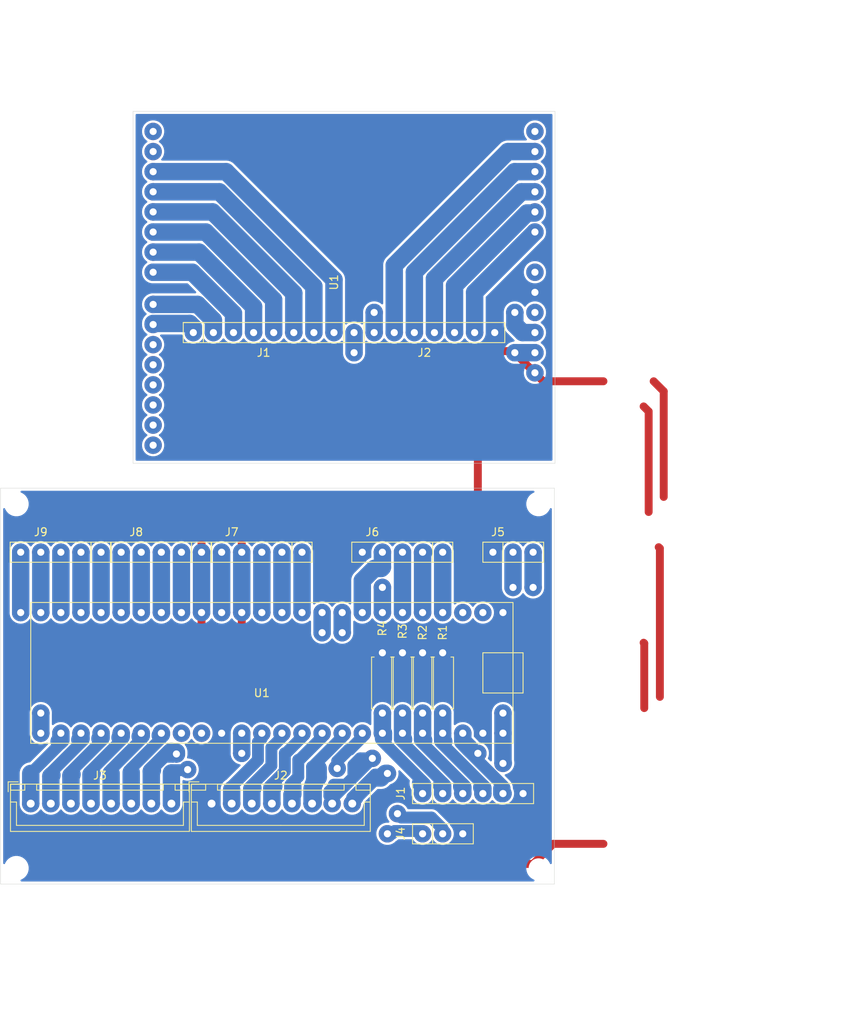
<source format=kicad_pcb>
(kicad_pcb (version 20171130) (host pcbnew "(5.1.6)-1")
  (layers (0 F.Cu signal hide) (31 B.Cu signal) (34 B.Paste user hide) (35 F.Paste user hide) (36 B.SilkS user hide) (37 F.SilkS user) (38 B.Mask user) (39 F.Mask user hide) (44 Edge.Cuts user))
  (net 0 "")
  (net 1 LCD_D1)
  (net 2 LCD_D0)
  (net 3 LCD_D7)
  (net 4 LCD_D6)
  (net 5 LCD_D5)
  (net 6 LCD_D4)
  (net 7 LCD_D3)
  (net 8 LCD_D2)
  (net 9 GND)
  (net 10 +3V3)
  (net 11 LCD_RD)
  (net 12 LCD_WR)
  (net 13 LCD_RS)
  (net 14 LCD_CS)
  (net 15 LCD_RST)
  (net 16 +5V)
  (net 17 "Net-(U1-Pad1)")
  (net 18 "Net-(U1-Pad2)")
  (net 19 "Net-(U1-Pad11)")
  (net 20 "Net-(U1-Pad12)")
  (net 21 "Net-(U1-Pad13)")
  (net 22 "Net-(U1-Pad14)")
  (net 23 "Net-(U1-Pad15)")
  (net 24 "Net-(U1-Pad16)")
  (net 25 "Net-(U1-Pad17)")
  (net 26 "Net-(U1-Pad20)")
  (net 27 "Net-(U1-Pad22)")
  (net 28 "Net-(U1-Pad28)")
  (net 29 EXPR1)
  (net 30 EXPR2)
  (net 31 EXPR3)
  (net 32 EXPR4)
  (net 33 TFT_RES)
  (net 34 TFT_CS)
  (net 35 TFT_CD_RS)
  (net 36 TFT_WR)
  (net 37 TFT_RD)
  (net 38 TFT_DAT2)
  (net 39 TFT_DAT3)
  (net 40 TFT_DAT4)
  (net 41 TFT_DAT5)
  (net 42 TFT_DAT6)
  (net 43 TFT_DAT7)
  (net 44 TFT_DAT0)
  (net 45 TFT_DAT1)
  (net 46 RX3)
  (net 47 TX3)
  (net 48 LEDS)
  (net 49 ROT1B)
  (net 50 ROT1A)
  (net 51 ROT2B)
  (net 52 ROT2A)
  (net 53 ROT3B)
  (net 54 ROT3A)
  (net 55 ROT4A)
  (net 56 ROT4B)
  (net 57 SW_OUT4)
  (net 58 SW_OUT3)
  (net 59 SW_OUT2)
  (net 60 SW_OUT1)
  (net 61 SW_IN1)
  (net 62 SW_IN2)
  (net 63 SW_IN3)
  (net 64 SW_IN4)
  (net 65 "Net-(U1-Pad3)")
  (net 66 "Net-(U1-Pad32)")
  (net 67 "Net-(U1-Pad33)")
  (net 68 SW_OUT0)
  (net 69 SW_IN0)
  (module 0_my_footprints:myPinSocket_1x06 (layer F.Cu) (at 53.34 -11.43 90)
    (fp_text reference J1 (at 0 -2.77 90) (layer F.SilkS))
    (fp_text value EXPR)
    (pad 6 thru_hole circle (at 0 12.7 90) (size 2.2 2.2) (drill 0.9) (layers *.Cu *.Mask) (net 9 GND))
    (pad 5 thru_hole circle (at 0 10.16 90) (size 2.2 2.2) (drill 0.9) (layers *.Cu *.Mask) (net 10 +3V3))
    (pad 4 thru_hole circle (at 0 7.62 90) (size 2.2 2.2) (drill 0.9) (layers *.Cu *.Mask) (net 29 EXPR1))
    (pad 3 thru_hole circle (at 0 5.08 90) (size 2.2 2.2) (drill 0.9) (layers *.Cu *.Mask) (net 30 EXPR2))
    (pad 2 thru_hole circle (at 0 2.54 90) (size 2.2 2.2) (drill 0.9) (layers *.Cu *.Mask) (net 31 EXPR3))
    (pad 1 thru_hole circle (at 0 0 90) (size 2.2 2.2) (drill 0.9) (layers *.Cu *.Mask) (net 32 EXPR4))
  )
  (module cnc3018-PCB:my8Pin (layer F.Cu) (at 52.3 -69.65)
    (fp_text reference J2 (at 1.27 2.54) (layer F.SilkS))
    (fp_text value Conn_01x08)
    (pad 8 thru_hole circle (at 10.16 0) (size 2.2 2.2) (drill 0.9) (layers *.Cu *.Mask) (net 9 GND))
    (pad 7 thru_hole circle (at 7.62 0) (size 2.2 2.2) (drill 0.9) (layers *.Cu *.Mask) (net 11 LCD_RD))
    (pad 6 thru_hole circle (at 5.08 0) (size 2.2 2.2) (drill 0.9) (layers *.Cu *.Mask) (net 12 LCD_WR))
    (pad 5 thru_hole circle (at 2.54 0) (size 2.2 2.2) (drill 0.9) (layers *.Cu *.Mask) (net 13 LCD_RS))
    (pad 4 thru_hole circle (at 0 0) (size 2.2 2.2) (drill 0.9) (layers *.Cu *.Mask) (net 14 LCD_CS))
    (pad 3 thru_hole circle (at -2.54 0) (size 2.2 2.2) (drill 0.9) (layers *.Cu *.Mask) (net 15 LCD_RST))
    (pad 2 thru_hole circle (at -5.08 0) (size 2.2 2.2) (drill 0.9) (layers *.Cu *.Mask) (net 16 +5V))
    (pad 1 thru_hole circle (at -7.62 0) (size 2.2 2.2) (drill 0.9) (layers *.Cu *.Mask) (net 10 +3V3))
  )
  (module cnc3018-PCB:my8Pin (layer F.Cu) (at 31.98 -69.65)
    (fp_text reference J1 (at 1.27 2.54) (layer F.SilkS))
    (fp_text value Conn_01x08)
    (pad 8 thru_hole circle (at 10.16 0) (size 2.2 2.2) (drill 0.9) (layers *.Cu *.Mask) (net 8 LCD_D2))
    (pad 7 thru_hole circle (at 7.62 0) (size 2.2 2.2) (drill 0.9) (layers *.Cu *.Mask) (net 7 LCD_D3))
    (pad 6 thru_hole circle (at 5.08 0) (size 2.2 2.2) (drill 0.9) (layers *.Cu *.Mask) (net 6 LCD_D4))
    (pad 5 thru_hole circle (at 2.54 0) (size 2.2 2.2) (drill 0.9) (layers *.Cu *.Mask) (net 5 LCD_D5))
    (pad 4 thru_hole circle (at 0 0) (size 2.2 2.2) (drill 0.9) (layers *.Cu *.Mask) (net 4 LCD_D6))
    (pad 3 thru_hole circle (at -2.54 0) (size 2.2 2.2) (drill 0.9) (layers *.Cu *.Mask) (net 3 LCD_D7))
    (pad 2 thru_hole circle (at -5.08 0) (size 2.2 2.2) (drill 0.9) (layers *.Cu *.Mask) (net 2 LCD_D0))
    (pad 1 thru_hole circle (at -7.62 0) (size 2.2 2.2) (drill 0.9) (layers *.Cu *.Mask) (net 1 LCD_D1))
  )
  (module 0_my_footprints:unoDisplay (layer F.Cu) (at 44.68 -76 90)
    (fp_text reference U1 (at 0 -2.54 90) (layer F.SilkS))
    (fp_text value uno_display)
    (pad 1 thru_hole circle (at 19.05 -25.4 270) (size 2.2 2.2) (drill 0.9) (layers *.Cu *.Mask) (net 17 "Net-(U1-Pad1)"))
    (pad 2 thru_hole circle (at 16.51 -25.4 270) (size 2.2 2.2) (drill 0.9) (layers *.Cu *.Mask) (net 18 "Net-(U1-Pad2)"))
    (pad 3 thru_hole circle (at 13.97 -25.4 270) (size 2.2 2.2) (drill 0.9) (layers *.Cu *.Mask) (net 8 LCD_D2))
    (pad 4 thru_hole circle (at 11.43 -25.4 270) (size 2.2 2.2) (drill 0.9) (layers *.Cu *.Mask) (net 7 LCD_D3))
    (pad 5 thru_hole circle (at 8.89 -25.4 270) (size 2.2 2.2) (drill 0.9) (layers *.Cu *.Mask) (net 6 LCD_D4))
    (pad 6 thru_hole circle (at 6.35 -25.4 270) (size 2.2 2.2) (drill 0.9) (layers *.Cu *.Mask) (net 5 LCD_D5))
    (pad 7 thru_hole circle (at 3.81 -25.4 270) (size 2.2 2.2) (drill 0.9) (layers *.Cu *.Mask) (net 4 LCD_D6))
    (pad 8 thru_hole circle (at 1.27 -25.4 270) (size 2.2 2.2) (drill 0.9) (layers *.Cu *.Mask) (net 3 LCD_D7))
    (pad 9 thru_hole circle (at -2.794 -25.4 270) (size 2.2 2.2) (drill 0.9) (layers *.Cu *.Mask) (net 2 LCD_D0))
    (pad 10 thru_hole circle (at -5.334 -25.4 270) (size 2.2 2.2) (drill 0.9) (layers *.Cu *.Mask) (net 1 LCD_D1))
    (pad 11 thru_hole circle (at -7.874 -25.4 270) (size 2.2 2.2) (drill 0.9) (layers *.Cu *.Mask) (net 19 "Net-(U1-Pad11)"))
    (pad 12 thru_hole circle (at -10.414 -25.4 270) (size 2.2 2.2) (drill 0.9) (layers *.Cu *.Mask) (net 20 "Net-(U1-Pad12)"))
    (pad 13 thru_hole circle (at -12.954 -25.4 270) (size 2.2 2.2) (drill 0.9) (layers *.Cu *.Mask) (net 21 "Net-(U1-Pad13)"))
    (pad 14 thru_hole circle (at -15.494 -25.4 270) (size 2.2 2.2) (drill 0.9) (layers *.Cu *.Mask) (net 22 "Net-(U1-Pad14)"))
    (pad 15 thru_hole circle (at -18.034 -25.4 270) (size 2.2 2.2) (drill 0.9) (layers *.Cu *.Mask) (net 23 "Net-(U1-Pad15)"))
    (pad 16 thru_hole circle (at -20.574 -25.4 270) (size 2.2 2.2) (drill 0.9) (layers *.Cu *.Mask) (net 24 "Net-(U1-Pad16)"))
    (pad 17 thru_hole circle (at -11.43 22.86 270) (size 2.2 2.2) (drill 0.9) (layers *.Cu *.Mask) (net 25 "Net-(U1-Pad17)"))
    (pad 18 thru_hole circle (at -8.89 22.86 270) (size 2.2 2.2) (drill 0.9) (layers *.Cu *.Mask) (net 10 +3V3))
    (pad 19 thru_hole circle (at -6.35 22.86 270) (size 2.2 2.2) (drill 0.9) (layers *.Cu *.Mask) (net 16 +5V))
    (pad 20 thru_hole circle (at -3.81 22.86 270) (size 2.2 2.2) (drill 0.9) (layers *.Cu *.Mask) (net 26 "Net-(U1-Pad20)"))
    (pad 21 thru_hole circle (at -1.27 22.86 270) (size 2.2 2.2) (drill 0.9) (layers *.Cu *.Mask) (net 9 GND))
    (pad 22 thru_hole circle (at 1.27 22.86 270) (size 2.2 2.2) (drill 0.9) (layers *.Cu *.Mask) (net 27 "Net-(U1-Pad22)"))
    (pad 23 thru_hole circle (at 6.35 22.86 270) (size 2.2 2.2) (drill 0.9) (layers *.Cu *.Mask) (net 11 LCD_RD))
    (pad 24 thru_hole circle (at 8.89 22.86 270) (size 2.2 2.2) (drill 0.9) (layers *.Cu *.Mask) (net 12 LCD_WR))
    (pad 25 thru_hole circle (at 11.43 22.86 270) (size 2.2 2.2) (drill 0.9) (layers *.Cu *.Mask) (net 13 LCD_RS))
    (pad 26 thru_hole circle (at 13.97 22.86 270) (size 2.2 2.2) (drill 0.9) (layers *.Cu *.Mask) (net 14 LCD_CS))
    (pad 27 thru_hole circle (at 16.51 22.86 270) (size 2.2 2.2) (drill 0.9) (layers *.Cu *.Mask) (net 15 LCD_RST))
    (pad 28 thru_hole circle (at 19.05 22.86 270) (size 2.2 2.2) (drill 0.9) (layers *.Cu *.Mask) (net 28 "Net-(U1-Pad28)"))
  )
  (module 0_my_footprints:myPinSocket_1x03 (layer F.Cu) (at 53.34 -6.35 90)
    (fp_text reference J4 (at 0 -2.77 90) (layer F.SilkS))
    (fp_text value SERIAL)
    (pad 3 thru_hole circle (at 0 5.08 90) (size 2.2 2.2) (drill 0.9) (layers *.Cu *.Mask) (net 9 GND))
    (pad 2 thru_hole circle (at 0 2.54 90) (size 2.2 2.2) (drill 0.9) (layers *.Cu *.Mask) (net 46 RX3))
    (pad 1 thru_hole circle (at 0 0 90) (size 2.2 2.2) (drill 0.9) (layers *.Cu *.Mask) (net 47 TX3))
  )
  (module 0_my_footprints:myPinSocket_1x03 (layer F.Cu) (at 62.23 -41.91 90)
    (fp_text reference J5 (at 2.54 0.635 180) (layer F.SilkS))
    (fp_text value LEDS)
    (pad 3 thru_hole circle (at 0 5.08 90) (size 2.2 2.2) (drill 0.9) (layers *.Cu *.Mask) (net 16 +5V))
    (pad 2 thru_hole circle (at 0 2.54 90) (size 2.2 2.2) (drill 0.9) (layers *.Cu *.Mask) (net 48 LEDS))
    (pad 1 thru_hole circle (at 0 0 90) (size 2.2 2.2) (drill 0.9) (layers *.Cu *.Mask) (net 9 GND))
  )
  (module 0_my_footprints:myPinSocket_1x05 (layer F.Cu) (at 55.88 -41.91 270)
    (fp_text reference J6 (at -2.54 8.89 180) (layer F.SilkS))
    (fp_text value ROTARY12)
    (pad 5 thru_hole circle (at 0 10.16 270) (size 2.2 2.2) (drill 0.9) (layers *.Cu *.Mask) (net 9 GND))
    (pad 4 thru_hole circle (at 0 7.62 270) (size 2.2 2.2) (drill 0.9) (layers *.Cu *.Mask) (net 51 ROT2B))
    (pad 3 thru_hole circle (at 0 5.08 270) (size 2.2 2.2) (drill 0.9) (layers *.Cu *.Mask) (net 52 ROT2A))
    (pad 2 thru_hole circle (at 0 2.54 270) (size 2.2 2.2) (drill 0.9) (layers *.Cu *.Mask) (net 49 ROT1B))
    (pad 1 thru_hole circle (at 0 0 270) (size 2.2 2.2) (drill 0.9) (layers *.Cu *.Mask) (net 50 ROT1A))
  )
  (module 0_my_footprints:myPinSocket_1x05 (layer F.Cu) (at 38.1 -41.91 270)
    (fp_text reference J7 (at -2.54 8.89 180) (layer F.SilkS))
    (fp_text value ROTARY34)
    (pad 5 thru_hole circle (at 0 10.16 270) (size 2.2 2.2) (drill 0.9) (layers *.Cu *.Mask) (net 10 +3V3))
    (pad 4 thru_hole circle (at 0 7.62 270) (size 2.2 2.2) (drill 0.9) (layers *.Cu *.Mask) (net 56 ROT4B))
    (pad 3 thru_hole circle (at 0 5.08 270) (size 2.2 2.2) (drill 0.9) (layers *.Cu *.Mask) (net 55 ROT4A))
    (pad 2 thru_hole circle (at 0 2.54 270) (size 2.2 2.2) (drill 0.9) (layers *.Cu *.Mask) (net 53 ROT3B))
    (pad 1 thru_hole circle (at 0 0 270) (size 2.2 2.2) (drill 0.9) (layers *.Cu *.Mask) (net 54 ROT3A))
  )
  (module 0_my_footprints:myPinSocket_1x05 (layer F.Cu) (at 25.4 -41.91 270)
    (fp_text reference J8 (at -2.54 8.255 180) (layer F.SilkS))
    (fp_text value SW_OUT)
    (pad 5 thru_hole circle (at 0 10.16 270) (size 2.2 2.2) (drill 0.9) (layers *.Cu *.Mask) (net 57 SW_OUT4))
    (pad 4 thru_hole circle (at 0 7.62 270) (size 2.2 2.2) (drill 0.9) (layers *.Cu *.Mask) (net 58 SW_OUT3))
    (pad 3 thru_hole circle (at 0 5.08 270) (size 2.2 2.2) (drill 0.9) (layers *.Cu *.Mask) (net 59 SW_OUT2))
    (pad 2 thru_hole circle (at 0 2.54 270) (size 2.2 2.2) (drill 0.9) (layers *.Cu *.Mask) (net 60 SW_OUT1))
    (pad 1 thru_hole circle (at 0 0 270) (size 2.2 2.2) (drill 0.9) (layers *.Cu *.Mask) (net 68 SW_OUT0))
  )
  (module 0_my_footprints:myPinSocket_1x05 (layer F.Cu) (at 12.7 -41.91 270)
    (fp_text reference J9 (at -2.54 7.62 180) (layer F.SilkS))
    (fp_text value SW_IN)
    (pad 5 thru_hole circle (at 0 10.16 270) (size 2.2 2.2) (drill 0.9) (layers *.Cu *.Mask) (net 64 SW_IN4))
    (pad 4 thru_hole circle (at 0 7.62 270) (size 2.2 2.2) (drill 0.9) (layers *.Cu *.Mask) (net 63 SW_IN3))
    (pad 3 thru_hole circle (at 0 5.08 270) (size 2.2 2.2) (drill 0.9) (layers *.Cu *.Mask) (net 62 SW_IN2))
    (pad 2 thru_hole circle (at 0 2.54 270) (size 2.2 2.2) (drill 0.9) (layers *.Cu *.Mask) (net 61 SW_IN1))
    (pad 1 thru_hole circle (at 0 0 270) (size 2.2 2.2) (drill 0.9) (layers *.Cu *.Mask) (net 69 SW_IN0))
  )
  (module 0_my_footprints:myMountingHole_2.5mm (layer F.Cu) (at 2 -48 180)
    (fp_text reference REF**)
    (fp_text value myMountingHole_2.5mm)
    (pad 1 np_thru_hole circle (at 0 0 180) (size 2.5 2.5) (drill 2.5) (layers *.Cu *.Mask))
  )
  (module 0_my_footprints:myMountingHole_2.5mm (layer F.Cu) (at 68 -2 180)
    (fp_text reference REF**)
    (fp_text value myMountingHole_2.5mm)
    (pad 1 np_thru_hole circle (at 0 0 180) (size 2.5 2.5) (drill 2.5) (layers *.Cu *.Mask))
  )
  (module 0_my_footprints:myMountingHole_2.5mm (layer F.Cu) (at 68 -48 180)
    (fp_text reference REF**)
    (fp_text value myMountingHole_2.5mm)
    (pad 1 np_thru_hole circle (at 0 0 180) (size 2.5 2.5) (drill 2.5) (layers *.Cu *.Mask))
  )
  (module 0_my_footprints:myMountingHole_2.5mm (layer F.Cu) (at 2 -2 180)
    (fp_text reference REF**)
    (fp_text value myMountingHole_2.5mm)
    (pad 1 np_thru_hole circle (at 0 0 180) (size 2.5 2.5) (drill 2.5) (layers *.Cu *.Mask))
  )
  (module 0_my_footprints:myResistor (layer F.Cu) (at 55.88 -21.59 90)
    (fp_text reference R1 (at 10.16 0 90) (layer F.SilkS))
    (fp_text value 10K)
    (pad 1 thru_hole circle (at 0 0 90) (size 2.2 2.2) (drill 0.9) (layers *.Cu *.Mask) (net 29 EXPR1))
    (pad 2 thru_hole circle (at 7.62 0 90) (size 2.2 2.2) (drill 0.9) (layers *.Cu *.Mask) (net 9 GND))
  )
  (module 0_my_teensy:myTeensy3.6 (layer F.Cu) (at 34.29 -26.67 180)
    (fp_text reference U1 (at 1.27 -2.54) (layer F.SilkS))
    (fp_text value myTeensy3.6)
    (pad 1 thru_hole circle (at -29.21 7.62 180) (size 2.2 2.2) (drill 0.9) (layers *.Cu *.Mask) (net 9 GND))
    (pad 2 thru_hole circle (at -26.67 7.62 180) (size 2.2 2.2) (drill 0.9) (layers *.Cu *.Mask) (net 18 "Net-(U1-Pad2)"))
    (pad 3 thru_hole circle (at -24.13 7.62 180) (size 2.2 2.2) (drill 0.9) (layers *.Cu *.Mask) (net 65 "Net-(U1-Pad3)"))
    (pad 4 thru_hole circle (at -21.59 7.62 180) (size 2.2 2.2) (drill 0.9) (layers *.Cu *.Mask) (net 50 ROT1A))
    (pad 5 thru_hole circle (at -19.05 7.62 180) (size 2.2 2.2) (drill 0.9) (layers *.Cu *.Mask) (net 49 ROT1B))
    (pad 6 thru_hole circle (at -16.51 7.62 180) (size 2.2 2.2) (drill 0.9) (layers *.Cu *.Mask) (net 52 ROT2A))
    (pad 7 thru_hole circle (at -13.97 7.62 180) (size 2.2 2.2) (drill 0.9) (layers *.Cu *.Mask) (net 48 LEDS))
    (pad 8 thru_hole circle (at -11.43 7.62 180) (size 2.2 2.2) (drill 0.9) (layers *.Cu *.Mask) (net 51 ROT2B))
    (pad 9 thru_hole circle (at -8.89 7.62 180) (size 2.2 2.2) (drill 0.9) (layers *.Cu *.Mask) (net 46 RX3))
    (pad 10 thru_hole circle (at -6.35 7.62 180) (size 2.2 2.2) (drill 0.9) (layers *.Cu *.Mask) (net 47 TX3))
    (pad 11 thru_hole circle (at -3.81 7.62 180) (size 2.2 2.2) (drill 0.9) (layers *.Cu *.Mask) (net 54 ROT3A))
    (pad 12 thru_hole circle (at -1.27 7.62 180) (size 2.2 2.2) (drill 0.9) (layers *.Cu *.Mask) (net 53 ROT3B))
    (pad 13 thru_hole circle (at 1.27 7.62 180) (size 2.2 2.2) (drill 0.9) (layers *.Cu *.Mask) (net 55 ROT4A))
    (pad 14 thru_hole circle (at 3.81 7.62 180) (size 2.2 2.2) (drill 0.9) (layers *.Cu *.Mask) (net 56 ROT4B))
    (pad 15 thru_hole circle (at 6.35 7.62 180) (size 2.2 2.2) (drill 0.9) (layers *.Cu *.Mask) (net 10 +3V3))
    (pad 16 thru_hole circle (at 8.89 7.62 180) (size 2.2 2.2) (drill 0.9) (layers *.Cu *.Mask) (net 68 SW_OUT0))
    (pad 17 thru_hole circle (at 11.43 7.62 180) (size 2.2 2.2) (drill 0.9) (layers *.Cu *.Mask) (net 60 SW_OUT1))
    (pad 18 thru_hole circle (at 13.97 7.62 180) (size 2.2 2.2) (drill 0.9) (layers *.Cu *.Mask) (net 59 SW_OUT2))
    (pad 19 thru_hole circle (at 16.51 7.62 180) (size 2.2 2.2) (drill 0.9) (layers *.Cu *.Mask) (net 58 SW_OUT3))
    (pad 20 thru_hole circle (at 19.05 7.62 180) (size 2.2 2.2) (drill 0.9) (layers *.Cu *.Mask) (net 57 SW_OUT4))
    (pad 21 thru_hole circle (at 21.59 7.62 180) (size 2.2 2.2) (drill 0.9) (layers *.Cu *.Mask) (net 69 SW_IN0))
    (pad 22 thru_hole circle (at 24.13 7.62 180) (size 2.2 2.2) (drill 0.9) (layers *.Cu *.Mask) (net 61 SW_IN1))
    (pad 23 thru_hole circle (at 26.67 7.62 180) (size 2.2 2.2) (drill 0.9) (layers *.Cu *.Mask) (net 62 SW_IN2))
    (pad 24 thru_hole circle (at 29.21 7.62 180) (size 2.2 2.2) (drill 0.9) (layers *.Cu *.Mask) (net 63 SW_IN3))
    (pad 25 thru_hole circle (at 29.21 -7.62 180) (size 2.2 2.2) (drill 0.9) (layers *.Cu *.Mask) (net 64 SW_IN4))
    (pad 26 thru_hole circle (at 26.67 -7.62 180) (size 2.2 2.2) (drill 0.9) (layers *.Cu *.Mask) (net 44 TFT_DAT0))
    (pad 27 thru_hole circle (at 24.13 -7.62 180) (size 2.2 2.2) (drill 0.9) (layers *.Cu *.Mask) (net 45 TFT_DAT1))
    (pad 28 thru_hole circle (at 21.59 -7.62 180) (size 2.2 2.2) (drill 0.9) (layers *.Cu *.Mask) (net 38 TFT_DAT2))
    (pad 29 thru_hole circle (at 19.05 -7.62 180) (size 2.2 2.2) (drill 0.9) (layers *.Cu *.Mask) (net 39 TFT_DAT3))
    (pad 30 thru_hole circle (at 16.51 -7.62 180) (size 2.2 2.2) (drill 0.9) (layers *.Cu *.Mask) (net 40 TFT_DAT4))
    (pad 31 thru_hole circle (at 13.97 -7.62 180) (size 2.2 2.2) (drill 0.9) (layers *.Cu *.Mask) (net 41 TFT_DAT5))
    (pad 32 thru_hole circle (at 11.43 -7.62 180) (size 2.2 2.2) (drill 0.9) (layers *.Cu *.Mask) (net 66 "Net-(U1-Pad32)"))
    (pad 33 thru_hole circle (at 8.89 -7.62 180) (size 2.2 2.2) (drill 0.9) (layers *.Cu *.Mask) (net 67 "Net-(U1-Pad33)"))
    (pad 34 thru_hole circle (at 6.35 -7.62 180) (size 2.2 2.2) (drill 0.9) (layers *.Cu *.Mask) (net 9 GND))
    (pad 35 thru_hole circle (at 3.81 -7.62 180) (size 2.2 2.2) (drill 0.9) (layers *.Cu *.Mask) (net 42 TFT_DAT6))
    (pad 36 thru_hole circle (at 1.27 -7.62 180) (size 2.2 2.2) (drill 0.9) (layers *.Cu *.Mask) (net 37 TFT_RD))
    (pad 37 thru_hole circle (at -1.27 -7.62 180) (size 2.2 2.2) (drill 0.9) (layers *.Cu *.Mask) (net 36 TFT_WR))
    (pad 38 thru_hole circle (at -3.81 -7.62 180) (size 2.2 2.2) (drill 0.9) (layers *.Cu *.Mask) (net 35 TFT_CD_RS))
    (pad 39 thru_hole circle (at -6.35 -7.62 180) (size 2.2 2.2) (drill 0.9) (layers *.Cu *.Mask) (net 34 TFT_CS))
    (pad 40 thru_hole circle (at -8.89 -7.62 180) (size 2.2 2.2) (drill 0.9) (layers *.Cu *.Mask) (net 33 TFT_RES))
    (pad 41 thru_hole circle (at -11.43 -7.62 180) (size 2.2 2.2) (drill 0.9) (layers *.Cu *.Mask) (net 43 TFT_DAT7))
    (pad 42 thru_hole circle (at -13.97 -7.62 180) (size 2.2 2.2) (drill 0.9) (layers *.Cu *.Mask) (net 32 EXPR4))
    (pad 43 thru_hole circle (at -16.51 -7.62 180) (size 2.2 2.2) (drill 0.9) (layers *.Cu *.Mask) (net 31 EXPR3))
    (pad 44 thru_hole circle (at -19.05 -7.62 180) (size 2.2 2.2) (drill 0.9) (layers *.Cu *.Mask) (net 30 EXPR2))
    (pad 45 thru_hole circle (at -21.59 -7.62 180) (size 2.2 2.2) (drill 0.9) (layers *.Cu *.Mask) (net 29 EXPR1))
    (pad 46 thru_hole circle (at -24.13 -7.62 180) (size 2.2 2.2) (drill 0.9) (layers *.Cu *.Mask) (net 10 +3V3))
    (pad 47 thru_hole circle (at -26.67 -7.62 180) (size 2.2 2.2) (drill 0.9) (layers *.Cu *.Mask) (net 9 GND))
    (pad 48 thru_hole circle (at -29.21 -7.62 180) (size 2.2 2.2) (drill 0.9) (layers *.Cu *.Mask) (net 16 +5V))
  )
  (module 0_my_footprints:myJSTx08 (layer F.Cu) (at 26.67 -10.16)
    (fp_text reference J2 (at 8.75 -3.55) (layer F.SilkS))
    (fp_text value TFT_CONTROL)
    (pad 1 thru_hole circle (at 0 0) (size 2.2 2.2) (drill 1) (layers *.Cu *.Mask) (net 9 GND))
    (pad 2 thru_hole circle (at 2.54 0) (size 2.2 2.2) (drill 1) (layers *.Cu *.Mask) (net 37 TFT_RD))
    (pad 3 thru_hole circle (at 5.08 0) (size 2.2 2.2) (drill 1) (layers *.Cu *.Mask) (net 36 TFT_WR))
    (pad 4 thru_hole circle (at 7.62 0) (size 2.2 2.2) (drill 1) (layers *.Cu *.Mask) (net 35 TFT_CD_RS))
    (pad 5 thru_hole circle (at 10.16 0) (size 2.2 2.2) (drill 1) (layers *.Cu *.Mask) (net 34 TFT_CS))
    (pad 6 thru_hole circle (at 12.7 0) (size 2.2 2.2) (drill 1) (layers *.Cu *.Mask) (net 33 TFT_RES))
    (pad 7 thru_hole circle (at 15.24 0) (size 2.2 2.2) (drill 1) (layers *.Cu *.Mask) (net 10 +3V3))
    (pad 8 thru_hole circle (at 17.78 0) (size 2.2 2.2) (drill 1) (layers *.Cu *.Mask) (net 16 +5V))
  )
  (module 0_my_footprints:myJSTx08 (layer F.Cu) (at 3.81 -10.16)
    (fp_text reference J3 (at 8.75 -3.55) (layer F.SilkS))
    (fp_text value TFT_DATA)
    (pad 8 thru_hole circle (at 17.78 0) (size 2.2 2.2) (drill 1) (layers *.Cu *.Mask) (net 43 TFT_DAT7))
    (pad 7 thru_hole circle (at 15.24 0) (size 2.2 2.2) (drill 1) (layers *.Cu *.Mask) (net 42 TFT_DAT6))
    (pad 6 thru_hole circle (at 12.7 0) (size 2.2 2.2) (drill 1) (layers *.Cu *.Mask) (net 41 TFT_DAT5))
    (pad 5 thru_hole circle (at 10.16 0) (size 2.2 2.2) (drill 1) (layers *.Cu *.Mask) (net 40 TFT_DAT4))
    (pad 4 thru_hole circle (at 7.62 0) (size 2.2 2.2) (drill 1) (layers *.Cu *.Mask) (net 39 TFT_DAT3))
    (pad 3 thru_hole circle (at 5.08 0) (size 2.2 2.2) (drill 1) (layers *.Cu *.Mask) (net 38 TFT_DAT2))
    (pad 2 thru_hole circle (at 2.54 0) (size 2.2 2.2) (drill 1) (layers *.Cu *.Mask) (net 45 TFT_DAT1))
    (pad 1 thru_hole circle (at 0 0) (size 2.2 2.2) (drill 1) (layers *.Cu *.Mask) (net 44 TFT_DAT0))
  )
  (module 0_my_footprints:myResistor (layer F.Cu) (at 53.34 -21.59 90)
    (fp_text reference R2 (at 10.16 0 90) (layer F.SilkS))
    (fp_text value 10K)
    (pad 1 thru_hole circle (at 0 0 90) (size 2.2 2.2) (drill 0.9) (layers *.Cu *.Mask) (net 30 EXPR2))
    (pad 2 thru_hole circle (at 7.62 0 90) (size 2.2 2.2) (drill 0.9) (layers *.Cu *.Mask) (net 9 GND))
  )
  (module 0_my_footprints:myResistor (layer F.Cu) (at 50.8 -21.59 90)
    (fp_text reference R3 (at 10.33 0.012999 90) (layer F.SilkS))
    (fp_text value 10K)
    (pad 2 thru_hole circle (at 7.62 0 90) (size 2.2 2.2) (drill 0.9) (layers *.Cu *.Mask) (net 9 GND))
    (pad 1 thru_hole circle (at 0 0 90) (size 2.2 2.2) (drill 0.9) (layers *.Cu *.Mask) (net 31 EXPR3))
  )
  (module 0_my_footprints:myResistor (layer F.Cu) (at 48.26 -21.59 90)
    (fp_text reference R4 (at 10.686 -0.001001 90) (layer F.SilkS))
    (fp_text value 10K)
    (pad 1 thru_hole circle (at 0 0 90) (size 2.2 2.2) (drill 0.9) (layers *.Cu *.Mask) (net 32 EXPR4))
    (pad 2 thru_hole circle (at 7.62 0 90) (size 2.2 2.2) (drill 0.9) (layers *.Cu *.Mask) (net 9 GND))
  )
  (gr_line (start 70.08 -53.14) (end 70.08 -97.59) (layer Edge.Cuts) (width 0.05))
  (gr_line (start 16.74 -53.14) (end 70.08 -53.14) (layer Edge.Cuts) (width 0.05))
  (gr_line (start 16.74 -97.59) (end 16.74 -53.14) (layer Edge.Cuts) (width 0.05))
  (gr_line (start 70.08 -97.59) (end 16.74 -97.59) (layer Edge.Cuts) (width 0.05))
  (gr_line (start 70 -50) (end 0 -50) (layer Edge.Cuts) (width 0.05))
  (gr_line (start 70 0) (end 70 -50) (layer Edge.Cuts) (width 0.05))
  (gr_line (start 0 0) (end 70 0) (layer Edge.Cuts) (width 0.05))
  (gr_line (start 0 -50) (end 0 0) (layer Edge.Cuts) (width 0.05))
  (segment (start 24.36 -69.65) (end 24.36 -70.351508) (width 2.2) (layer B.Cu) (net 1))
  (segment (start 24.36 -70.351508) (end 23.905518 -70.80599) (width 2.2) (layer B.Cu) (net 1))
  (segment (start 23.905518 -70.80599) (end 19.28 -70.80599) (width 2.2) (layer B.Cu) (net 1))
  (segment (start 24.899634 -73.206) (end 26.9 -71.205634) (width 2.2) (layer B.Cu) (net 2))
  (segment (start 19.28 -73.206) (end 24.899634 -73.206) (width 2.2) (layer B.Cu) (net 2))
  (segment (start 26.9 -71.205634) (end 26.9 -69.65) (width 2.2) (layer B.Cu) (net 2))
  (segment (start 24.22976 -77.27) (end 29.44 -72.05976) (width 2.2) (layer B.Cu) (net 3))
  (segment (start 19.28 -77.27) (end 24.22976 -77.27) (width 2.2) (layer B.Cu) (net 3))
  (segment (start 29.44 -72.05976) (end 29.44 -69.65) (width 2.2) (layer B.Cu) (net 3))
  (segment (start 25.083886 -79.81) (end 31.98 -72.913886) (width 2.2) (layer B.Cu) (net 4))
  (segment (start 19.28 -79.81) (end 25.083886 -79.81) (width 2.2) (layer B.Cu) (net 4))
  (segment (start 31.98 -72.913886) (end 31.98 -69.65) (width 2.2) (layer B.Cu) (net 4))
  (segment (start 25.938012 -82.35) (end 34.52 -73.768012) (width 2.2) (layer B.Cu) (net 5))
  (segment (start 19.28 -82.35) (end 25.938012 -82.35) (width 2.2) (layer B.Cu) (net 5))
  (segment (start 34.52 -73.768012) (end 34.52 -69.65) (width 2.2) (layer B.Cu) (net 5))
  (segment (start 26.792138 -84.89) (end 37.06 -74.622138) (width 2.2) (layer B.Cu) (net 6))
  (segment (start 19.28 -84.89) (end 26.792138 -84.89) (width 2.2) (layer B.Cu) (net 6))
  (segment (start 37.06 -74.622138) (end 37.06 -69.65) (width 2.2) (layer B.Cu) (net 6))
  (segment (start 27.646264 -87.43) (end 39.6 -75.476264) (width 2.2) (layer B.Cu) (net 7))
  (segment (start 19.28 -87.43) (end 27.646264 -87.43) (width 2.2) (layer B.Cu) (net 7))
  (segment (start 39.6 -75.476264) (end 39.6 -69.65) (width 2.2) (layer B.Cu) (net 7))
  (segment (start 28.50039 -89.97) (end 42.14 -76.33039) (width 2.2) (layer B.Cu) (net 8))
  (segment (start 19.28 -89.97) (end 28.50039 -89.97) (width 2.2) (layer B.Cu) (net 8))
  (segment (start 42.14 -76.33039) (end 42.14 -69.65) (width 2.2) (layer B.Cu) (net 8))
  (segment (start 67.54 -67.11) (end 65 -67.11) (width 2.2) (layer B.Cu) (net 10))
  (segment (start 44.68 -69.65) (end 44.68 -67.11) (width 2.2) (layer B.Cu) (net 10))
  (via (at 44.68 -67.11) (size 2.2) (drill 0.9) (layers F.Cu B.Cu) (net 10))
  (segment (start 65 -67.11) (end 65 -67.11) (width 2.2) (layer B.Cu) (net 10))
  (via (at 65 -67.11) (size 2.2) (drill 0.9) (layers F.Cu B.Cu) (net 10))
  (segment (start 30.48 -48.26) (end 30.48 -27.94) (width 1) (layer F.Cu) (net 56))
  (segment (start 58.42 -17.508352) (end 63.364176 -12.564176) (width 1.5) (layer B.Cu) (net 10))
  (segment (start 63.5 -11.43) (end 63.36001 -11.56999) (width 2.2) (layer B.Cu) (net 10))
  (segment (start 63.5 -11.43) (end 63.36001 -11.43) (width 2.2) (layer B.Cu) (net 10))
  (segment (start 63.36001 -11.43) (end 63.36001 -12.065) (width 2.2) (layer B.Cu) (net 10))
  (segment (start 63.364176 -12.564176) (end 63.5 -12.428352) (width 1.5) (layer B.Cu) (net 10))
  (via (at 60.325 -16.51) (size 2.2) (drill 0.9) (layers F.Cu B.Cu) (net 10))
  (segment (start 59.236676 -17.18665) (end 59.484163 -16.939163) (width 2.2) (layer B.Cu) (net 10))
  (segment (start 59.236676 -17.221322) (end 59.236676 -17.18665) (width 2.2) (layer B.Cu) (net 10))
  (segment (start 58.42 -19.05) (end 58.42 -18.037998) (width 2.2) (layer B.Cu) (net 10))
  (segment (start 58.42 -18.037998) (end 59.236676 -17.221322) (width 2.2) (layer B.Cu) (net 10))
  (segment (start 46.99 -15.875) (end 41.91 -10.795) (width 1.5) (layer B.Cu) (net 10))
  (segment (start 46.99 -15.875) (end 45.443179 -15.875) (width 1.5) (layer B.Cu) (net 10))
  (segment (start 45.443179 -15.875) (end 44.595001 -15.026822) (width 1.5) (layer B.Cu) (net 10))
  (segment (start 44.595001 -15.026822) (end 44.595001 -13.97) (width 1.5) (layer B.Cu) (net 10))
  (via (at 46.99 -15.875) (size 2.2) (drill 0.9) (layers F.Cu B.Cu) (net 10))
  (segment (start 45.4025 -14.2875) (end 43.669999 -12.554999) (width 1.5) (layer B.Cu) (net 10))
  (segment (start 46.99 -15.875) (end 45.4025 -14.2875) (width 1.5) (layer B.Cu) (net 10))
  (segment (start 41.91 -10.795) (end 41.56 -11.145) (width 1.5) (layer B.Cu) (net 10))
  (segment (start 41.91 -10.16) (end 41.91 -10.795) (width 1.5) (layer B.Cu) (net 10))
  (segment (start 41.56 -11.715) (end 42.399999 -12.554999) (width 1.5) (layer B.Cu) (net 10))
  (segment (start 41.56 -11.145) (end 41.56 -11.715) (width 1.5) (layer B.Cu) (net 10))
  (segment (start 42.399999 -12.554999) (end 43.18 -12.554999) (width 1.5) (layer B.Cu) (net 10))
  (segment (start 42.399999 -12.554999) (end 42.12415 -12.554999) (width 1.5) (layer B.Cu) (net 10))
  (segment (start 81.915 -59.69) (end 81.28 -60.325) (width 1) (layer F.Cu) (net 10))
  (segment (start 81.915 -46.99) (end 81.915 -59.69) (width 1) (layer F.Cu) (net 10))
  (segment (start 27.94 -34.29) (end 27.94 -41.91) (width 2.2) (layer B.Cu) (net 10))
  (segment (start 59.92 -69.65) (end 59.92 -74.73) (width 2.2) (layer B.Cu) (net 11))
  (segment (start 59.92 -74.73) (end 67.54 -82.35) (width 2.2) (layer B.Cu) (net 11))
  (segment (start 57.38 -75.584126) (end 66.545883 -84.750009) (width 2.2) (layer B.Cu) (net 12))
  (segment (start 57.38 -69.65) (end 57.38 -75.584126) (width 2.2) (layer B.Cu) (net 12))
  (segment (start 66.545883 -84.750009) (end 67.54 -84.750009) (width 2.2) (layer B.Cu) (net 12))
  (segment (start 54.84 -76.438252) (end 65.831748 -87.43) (width 2.2) (layer B.Cu) (net 13))
  (segment (start 54.84 -69.65) (end 54.84 -76.438252) (width 2.2) (layer B.Cu) (net 13))
  (segment (start 65.831748 -87.43) (end 67.54 -87.43) (width 2.2) (layer B.Cu) (net 13))
  (segment (start 52.3 -77.292378) (end 64.977622 -89.97) (width 2.2) (layer B.Cu) (net 14))
  (segment (start 52.3 -69.65) (end 52.3 -77.292378) (width 2.2) (layer B.Cu) (net 14))
  (segment (start 64.977622 -89.97) (end 67.54 -89.97) (width 2.2) (layer B.Cu) (net 14))
  (segment (start 49.76 -78.146504) (end 64.123496 -92.51) (width 2.2) (layer B.Cu) (net 15))
  (segment (start 49.76 -69.65) (end 49.76 -78.146504) (width 2.2) (layer B.Cu) (net 15))
  (segment (start 64.123496 -92.51) (end 67.54 -92.51) (width 2.2) (layer B.Cu) (net 15))
  (segment (start 47.22 -69.65) (end 47.22 -72.19) (width 2.2) (layer B.Cu) (net 16))
  (segment (start 65.984366 -69.65) (end 65 -70.634366) (width 2.2) (layer B.Cu) (net 16))
  (segment (start 67.54 -69.65) (end 65.984366 -69.65) (width 2.2) (layer B.Cu) (net 16))
  (segment (start 65 -70.634366) (end 65 -72.19) (width 2.2) (layer B.Cu) (net 16))
  (via (at 47.22 -72.19) (size 2.2) (drill 0.9) (layers F.Cu B.Cu) (net 16))
  (segment (start 65 -72.19) (end 65 -72.19) (width 2.2) (layer B.Cu) (net 16))
  (via (at 65 -72.19) (size 2.2) (drill 0.9) (layers F.Cu B.Cu) (net 16))
  (segment (start 25.4 -48.26) (end 25.4 -30.48) (width 1) (layer F.Cu) (net 68))
  (via (at 67.31 -37.465) (size 2.2) (drill 0.9) (layers F.Cu B.Cu) (net 16))
  (segment (start 64.77 -67.31) (end 68.58 -63.5) (width 1) (layer F.Cu) (net 16))
  (segment (start 63.5 -19.05) (end 63.5 -21.59) (width 2.2) (layer B.Cu) (net 16))
  (segment (start 63.5 -21.59) (end 63.5 -21.59) (width 2.2) (layer B.Cu) (net 16))
  (via (at 63.5 -21.59) (size 2.2) (drill 0.9) (layers F.Cu B.Cu) (net 16))
  (segment (start 68.58 -63.5) (end 76.2 -63.5) (width 1) (layer F.Cu) (net 16))
  (segment (start 64.77 -67.31) (end 60.325 -67.31) (width 1) (layer F.Cu) (net 16))
  (via (at 48.895 -13.97) (size 2.2) (drill 0.9) (layers F.Cu B.Cu) (net 16))
  (via (at 63.5 -15.24) (size 2.2) (drill 0.9) (layers F.Cu B.Cu) (net 16))
  (segment (start 48.119002 -13.97) (end 47.974001 -13.824999) (width 1.5) (layer B.Cu) (net 16))
  (segment (start 47.974001 -13.824999) (end 47.344175 -13.824999) (width 1.5) (layer B.Cu) (net 16))
  (segment (start 47.344175 -13.824999) (end 44.45 -10.930824) (width 1.5) (layer B.Cu) (net 16))
  (segment (start 44.45 -10.930824) (end 44.45 -10.16) (width 1.5) (layer B.Cu) (net 16))
  (segment (start 45.085 -10.935998) (end 45.085 -10.795) (width 1.5) (layer B.Cu) (net 16))
  (segment (start 48.895 -13.97) (end 48.119002 -13.97) (width 1.5) (layer B.Cu) (net 16))
  (segment (start 48.072501 -13.405499) (end 47.554501 -13.405499) (width 2.2) (layer B.Cu) (net 16))
  (segment (start 48.637002 -13.97) (end 48.072501 -13.405499) (width 2.2) (layer B.Cu) (net 16))
  (segment (start 48.895 -13.97) (end 48.637002 -13.97) (width 2.2) (layer B.Cu) (net 16))
  (segment (start 48.119002 -13.97) (end 47.554501 -13.405499) (width 1.5) (layer B.Cu) (net 16))
  (segment (start 47.554501 -13.405499) (end 45.085 -10.935998) (width 1.5) (layer B.Cu) (net 16))
  (segment (start 67.31 -37.465) (end 67.31 -41.91) (width 2.2) (layer B.Cu) (net 16))
  (segment (start 63.5 -15.327502) (end 63.543751 -15.283751) (width 2.2) (layer B.Cu) (net 16))
  (segment (start 63.5 -19.05) (end 63.5 -15.327502) (width 2.2) (layer B.Cu) (net 16))
  (segment (start 83.82 -62.23) (end 82.55 -63.5) (width 1) (layer F.Cu) (net 16))
  (segment (start 83.82 -48.895) (end 83.82 -62.23) (width 1) (layer F.Cu) (net 16))
  (segment (start 55.88 -21.59) (end 55.88 -19.05) (width 2.2) (layer B.Cu) (net 29))
  (segment (start 55.88 -19.05) (end 55.88 -17.644176) (width 1.5) (layer B.Cu) (net 29))
  (segment (start 55.88 -17.644176) (end 60.96 -12.564176) (width 1.5) (layer B.Cu) (net 29))
  (segment (start 60.96 -12.564176) (end 60.96 -11.43) (width 1.5) (layer B.Cu) (net 29))
  (segment (start 55.88 -18.13915) (end 56.01999 -17.99916) (width 2.2) (layer B.Cu) (net 29))
  (segment (start 55.88 -19.05) (end 55.88 -18.13915) (width 2.2) (layer B.Cu) (net 29))
  (segment (start 60.96 -12.069202) (end 60.82001 -12.209192) (width 2.2) (layer B.Cu) (net 29))
  (segment (start 60.96 -11.43) (end 60.96 -12.069202) (width 2.2) (layer B.Cu) (net 29))
  (segment (start 53.34 -21.59) (end 53.34 -19.05) (width 2.2) (layer B.Cu) (net 30))
  (segment (start 53.34 -19.05) (end 53.34 -17.78) (width 1.5) (layer B.Cu) (net 30))
  (segment (start 53.34 -17.78) (end 58.42 -12.7) (width 1.5) (layer B.Cu) (net 30))
  (segment (start 58.42 -12.7) (end 58.42 -11.43) (width 1.5) (layer B.Cu) (net 30))
  (segment (start 53.34 -18.274974) (end 53.47999 -18.134984) (width 2.2) (layer B.Cu) (net 30))
  (segment (start 53.34 -19.05) (end 53.34 -18.274974) (width 2.2) (layer B.Cu) (net 30))
  (segment (start 58.42 -12.205026) (end 58.28001 -12.345016) (width 2.2) (layer B.Cu) (net 30))
  (segment (start 58.42 -11.43) (end 58.42 -12.205026) (width 2.2) (layer B.Cu) (net 30))
  (segment (start 50.8 -21.59) (end 50.8 -19.05) (width 2.2) (layer B.Cu) (net 31))
  (segment (start 50.8 -18.681474) (end 50.8 -19.05) (width 1.5) (layer B.Cu) (net 31))
  (segment (start 50.8 -19.05) (end 50.8 -17.915824) (width 1.5) (layer B.Cu) (net 31))
  (segment (start 50.8 -17.915824) (end 55.88 -12.835824) (width 1.5) (layer B.Cu) (net 31))
  (segment (start 55.88 -12.835824) (end 55.88 -11.43) (width 1.5) (layer B.Cu) (net 31))
  (segment (start 50.8 -18.410799) (end 50.93999 -18.270809) (width 2.2) (layer B.Cu) (net 31))
  (segment (start 50.8 -19.05) (end 50.8 -18.410799) (width 2.2) (layer B.Cu) (net 31))
  (segment (start 55.88 -12.34085) (end 55.74001 -12.48084) (width 2.2) (layer B.Cu) (net 31))
  (segment (start 55.88 -11.43) (end 55.88 -12.34085) (width 2.2) (layer B.Cu) (net 31))
  (segment (start 48.26 -21.59) (end 48.26 -19.05) (width 2.2) (layer B.Cu) (net 32))
  (segment (start 49.166647 -17.145) (end 53.158324 -13.153324) (width 1.5) (layer B.Cu) (net 32))
  (segment (start 53.158324 -13.153324) (end 53.34 -12.971648) (width 1.5) (layer B.Cu) (net 32))
  (segment (start 53.34 -12.971648) (end 53.34 -11.43) (width 1.5) (layer B.Cu) (net 32))
  (segment (start 49.166647 -17.145) (end 48.26 -18.051647) (width 1.5) (layer B.Cu) (net 32))
  (segment (start 53.34 -12.476674) (end 53.092513 -12.724161) (width 2.2) (layer B.Cu) (net 32))
  (segment (start 53.34 -11.43) (end 53.34 -12.476674) (width 2.2) (layer B.Cu) (net 32))
  (segment (start 48.26 -19.05) (end 48.39999 -19.05) (width 2.2) (layer B.Cu) (net 32))
  (segment (start 48.39999 -19.05) (end 48.39999 -18.415) (width 2.2) (layer B.Cu) (net 32))
  (segment (start 39.425923 -14.801921) (end 43.18 -18.555998) (width 1.5) (layer B.Cu) (net 33))
  (segment (start 39.37 -14.801921) (end 39.425923 -14.801921) (width 1.5) (layer B.Cu) (net 33))
  (segment (start 43.18 -18.555998) (end 43.18 -19.05) (width 1.5) (layer B.Cu) (net 33))
  (segment (start 39.37 -10.16) (end 39.37 -12.065) (width 2.2) (layer B.Cu) (net 33))
  (segment (start 39.37 -12.065) (end 39.37 -14.801921) (width 1.5) (layer B.Cu) (net 33))
  (segment (start 39.68005 -12.699217) (end 39.68005 -13.01005) (width 2.2) (layer B.Cu) (net 33))
  (segment (start 39.50999 -12.529157) (end 39.68005 -12.699217) (width 2.2) (layer B.Cu) (net 33))
  (segment (start 39.68005 -13.01005) (end 40.144999 -13.474999) (width 2.2) (layer B.Cu) (net 33))
  (segment (start 39.37 -10.16) (end 39.50999 -10.29999) (width 2.2) (layer B.Cu) (net 33))
  (segment (start 39.50999 -10.29999) (end 39.50999 -12.529157) (width 2.2) (layer B.Cu) (net 33))
  (segment (start 40.144999 -13.474999) (end 40.144999 -14.605) (width 2.2) (layer B.Cu) (net 33))
  (segment (start 36.83 -10.16) (end 36.83 -12.748318) (width 1.5) (layer B.Cu) (net 34))
  (segment (start 36.83 -12.748318) (end 37.63004 -13.548358) (width 1.5) (layer B.Cu) (net 34))
  (segment (start 37.63004 -13.548358) (end 37.63004 -15.681861) (width 1.5) (layer B.Cu) (net 34))
  (segment (start 37.765863 -15.681861) (end 40.64 -18.555998) (width 1.5) (layer B.Cu) (net 34))
  (segment (start 37.63004 -15.681861) (end 37.765863 -15.681861) (width 1.5) (layer B.Cu) (net 34))
  (segment (start 40.64 -18.555998) (end 40.64 -19.05) (width 1.5) (layer B.Cu) (net 34))
  (segment (start 36.937497 -11.370893) (end 36.937497 -12.360841) (width 2.2) (layer B.Cu) (net 34))
  (segment (start 36.83 -10.16) (end 36.83 -11.263396) (width 2.2) (layer B.Cu) (net 34))
  (segment (start 36.83 -11.263396) (end 36.937497 -11.370893) (width 2.2) (layer B.Cu) (net 34))
  (segment (start 34.29 -10.16) (end 34.29 -12.612497) (width 1.5) (layer B.Cu) (net 35))
  (segment (start 34.29 -12.612497) (end 35.93003 -14.252525) (width 1.5) (layer B.Cu) (net 35))
  (segment (start 35.93003 -14.252525) (end 35.93003 -16.521852) (width 1.5) (layer B.Cu) (net 35))
  (segment (start 36.065854 -16.521852) (end 38.1 -18.555998) (width 1.5) (layer B.Cu) (net 35))
  (segment (start 35.93003 -16.521852) (end 36.065854 -16.521852) (width 1.5) (layer B.Cu) (net 35))
  (segment (start 38.1 -18.555998) (end 38.1 -19.05) (width 1.5) (layer B.Cu) (net 35))
  (segment (start 34.29 -12.117522) (end 34.537488 -12.36501) (width 2.2) (layer B.Cu) (net 35))
  (segment (start 34.29 -10.16) (end 34.29 -12.117522) (width 2.2) (layer B.Cu) (net 35))
  (segment (start 31.75 -10.16) (end 31.75 -12.476673) (width 1.5) (layer B.Cu) (net 36))
  (segment (start 34.23002 -17.226018) (end 35.56 -18.555998) (width 1.5) (layer B.Cu) (net 36))
  (segment (start 31.75 -12.476673) (end 34.23002 -14.956692) (width 1.5) (layer B.Cu) (net 36))
  (segment (start 34.23002 -14.956692) (end 34.23002 -17.226018) (width 1.5) (layer B.Cu) (net 36))
  (segment (start 35.56 -18.555998) (end 35.56 -19.05) (width 1.5) (layer B.Cu) (net 36))
  (segment (start 31.75 -11.981698) (end 31.88999 -12.121688) (width 2.2) (layer B.Cu) (net 36))
  (segment (start 31.75 -10.16) (end 31.75 -11.981698) (width 2.2) (layer B.Cu) (net 36))
  (segment (start 32.53001 -17.930185) (end 32.53001 -15.660858) (width 1.5) (layer B.Cu) (net 37))
  (segment (start 33.02 -19.05) (end 33.02 -18.420175) (width 1.5) (layer B.Cu) (net 37))
  (segment (start 33.02 -18.420175) (end 32.53001 -17.930185) (width 1.5) (layer B.Cu) (net 37))
  (segment (start 29.21 -12.340848) (end 32.53001 -15.660858) (width 1.5) (layer B.Cu) (net 37))
  (segment (start 29.21 -10.16) (end 29.21 -12.340848) (width 1.5) (layer B.Cu) (net 37))
  (segment (start 29.21 -10.16) (end 29.21 -11.92501) (width 2.2) (layer B.Cu) (net 37))
  (segment (start 12.7 -19.05) (end 12.7 -18.007528) (width 1.5) (layer B.Cu) (net 38))
  (segment (start 12.7 -18.007528) (end 8.89 -14.197528) (width 1.5) (layer B.Cu) (net 38))
  (segment (start 8.89 -14.197528) (end 8.89 -10.16) (width 1.5) (layer B.Cu) (net 38))
  (segment (start 8.89 -13.702554) (end 9.02999 -13.842544) (width 2.2) (layer B.Cu) (net 38))
  (segment (start 8.89 -10.16) (end 8.89 -13.702554) (width 2.2) (layer B.Cu) (net 38))
  (segment (start 12.7 -18.502502) (end 12.56001 -18.362512) (width 2.2) (layer B.Cu) (net 38))
  (segment (start 12.7 -19.05) (end 12.7 -18.502502) (width 2.2) (layer B.Cu) (net 38))
  (segment (start 15.24 -18.143352) (end 11.43 -14.333352) (width 1.5) (layer B.Cu) (net 39))
  (segment (start 15.24 -19.05) (end 15.24 -18.143352) (width 1.5) (layer B.Cu) (net 39))
  (segment (start 11.43 -14.333352) (end 11.43 -10.16) (width 1.5) (layer B.Cu) (net 39))
  (segment (start 11.43 -13.838378) (end 11.56999 -13.978368) (width 2.2) (layer B.Cu) (net 39))
  (segment (start 11.43 -10.16) (end 11.43 -13.838378) (width 2.2) (layer B.Cu) (net 39))
  (segment (start 15.24 -18.638326) (end 15.10001 -18.498336) (width 2.2) (layer B.Cu) (net 39))
  (segment (start 15.24 -19.05) (end 15.24 -18.638326) (width 2.2) (layer B.Cu) (net 39))
  (segment (start 17.78 -18.279176) (end 13.97 -14.469176) (width 1.5) (layer B.Cu) (net 40))
  (segment (start 17.78 -19.05) (end 17.78 -18.279176) (width 1.5) (layer B.Cu) (net 40))
  (segment (start 13.97 -10.16) (end 13.97 -13.97) (width 2.2) (layer B.Cu) (net 40))
  (segment (start 13.97 -14.469176) (end 13.97 -13.97) (width 1.5) (layer B.Cu) (net 40))
  (segment (start 17.78 -18.77415) (end 17.64001 -18.63416) (width 2.2) (layer B.Cu) (net 40))
  (segment (start 17.78 -19.05) (end 17.78 -18.77415) (width 2.2) (layer B.Cu) (net 40))
  (segment (start 16.51 -10.16) (end 16.51 -14.110026) (width 2.2) (layer B.Cu) (net 41))
  (segment (start 16.51 -14.605) (end 16.51 -10.16) (width 1.5) (layer B.Cu) (net 41))
  (segment (start 20.32 -19.05) (end 20.32 -18.415) (width 1.5) (layer B.Cu) (net 41))
  (segment (start 20.32 -18.415) (end 16.51 -14.605) (width 1.5) (layer B.Cu) (net 41))
  (segment (start 20.32 -18.909974) (end 20.18001 -18.769984) (width 2.2) (layer B.Cu) (net 41))
  (segment (start 20.32 -19.05) (end 20.32 -18.909974) (width 2.2) (layer B.Cu) (net 41))
  (segment (start 30.48 -19.05) (end 30.48 -16.51) (width 2.2) (layer B.Cu) (net 42))
  (segment (start 30.48 -16.51) (end 30.48 -16.51) (width 2.2) (layer B.Cu) (net 42))
  (via (at 30.48 -16.51) (size 2.2) (drill 0.9) (layers F.Cu B.Cu) (net 42))
  (segment (start 22.225 -16.4309) (end 22.225 -16.4309) (width 2.2) (layer B.Cu) (net 42))
  (via (at 22.225 -16.4309) (size 2.2) (drill 0.9) (layers F.Cu B.Cu) (net 42))
  (segment (start 81.3591 -30.4009) (end 81.28 -30.48) (width 1) (layer F.Cu) (net 3))
  (segment (start 81.3591 -22.225) (end 81.3591 -30.4009) (width 1) (layer F.Cu) (net 3))
  (segment (start 19.05 -14.24585) (end 19.18999 -14.38584) (width 2.2) (layer B.Cu) (net 42))
  (segment (start 19.05 -10.16) (end 19.05 -14.24585) (width 2.2) (layer B.Cu) (net 42))
  (segment (start 22.225 -16.4309) (end 22.225 -16.51) (width 1.5) (layer B.Cu) (net 42))
  (segment (start 19.05 -14.24585) (end 19.05 -14.740824) (width 1.5) (layer B.Cu) (net 42))
  (segment (start 19.05 -14.740824) (end 21.204588 -16.895412) (width 1.5) (layer B.Cu) (net 42))
  (segment (start 22.1459 -16.4309) (end 21.795909 -16.080909) (width 1.5) (layer B.Cu) (net 42))
  (segment (start 22.225 -16.4309) (end 22.1459 -16.4309) (width 1.5) (layer B.Cu) (net 42))
  (segment (start 21.795909 -16.080909) (end 20.740859 -16.080909) (width 1.5) (layer B.Cu) (net 42))
  (segment (start 20.740859 -16.080909) (end 19.792475 -15.132525) (width 1.5) (layer B.Cu) (net 42))
  (segment (start 22.225 -16.4309) (end 22.225 -16.649999) (width 2.2) (layer B.Cu) (net 42))
  (segment (start 22.225 -16.649999) (end 21.707999 -16.649999) (width 2.2) (layer B.Cu) (net 42))
  (segment (start 21.707999 -16.649999) (end 21.59 -16.767998) (width 2.2) (layer B.Cu) (net 42))
  (via (at 42.545 -14.605) (size 2.2) (drill 0.9) (layers F.Cu B.Cu) (net 43))
  (segment (start 42.545 -15.516822) (end 42.545 -14.605) (width 1.5) (layer B.Cu) (net 43))
  (segment (start 43.538178 -16.51) (end 42.545 -15.516822) (width 1.5) (layer B.Cu) (net 43))
  (segment (start 45.72 -18.555998) (end 45.72 -19.05) (width 1.5) (layer B.Cu) (net 43))
  (segment (start 43.538178 -16.51) (end 43.994089 -16.965911) (width 1.5) (layer B.Cu) (net 43))
  (segment (start 44.129913 -16.965911) (end 45.72 -18.555998) (width 1.5) (layer B.Cu) (net 43))
  (segment (start 43.994089 -16.965911) (end 44.129913 -16.965911) (width 1.5) (layer B.Cu) (net 43))
  (segment (start 23.644113 -14.455887) (end 23.644113 -14.455887) (width 2.2) (layer B.Cu) (net 43))
  (via (at 23.644113 -14.455887) (size 2.2) (drill 0.9) (layers F.Cu B.Cu) (net 43))
  (segment (start 83.334113 -42.395887) (end 83.185 -42.545) (width 1) (layer F.Cu) (net 4))
  (segment (start 83.334113 -23.644113) (end 83.334113 -42.395887) (width 1) (layer F.Cu) (net 4))
  (segment (start 23.283989 -14.455887) (end 23.209001 -14.380899) (width 1.5) (layer B.Cu) (net 43))
  (segment (start 23.644113 -14.455887) (end 23.283989 -14.455887) (width 1.5) (layer B.Cu) (net 43))
  (segment (start 23.209001 -14.380899) (end 21.59 -14.380899) (width 1.5) (layer B.Cu) (net 43))
  (segment (start 21.59 -10.16) (end 21.59 -14.030899) (width 2.2) (layer B.Cu) (net 43))
  (segment (start 7.62 -19.05) (end 7.62 -17.78) (width 1.5) (layer B.Cu) (net 44))
  (segment (start 7.62 -17.78) (end 3.81 -13.97) (width 1.5) (layer B.Cu) (net 44))
  (segment (start 3.81 -10.16) (end 3.81 -13.97) (width 2.2) (layer B.Cu) (net 44))
  (segment (start 7.62 -18.230854) (end 7.394573 -18.005427) (width 2.2) (layer B.Cu) (net 44))
  (segment (start 7.62 -19.05) (end 7.62 -18.230854) (width 2.2) (layer B.Cu) (net 44))
  (segment (start 10.16 -17.871704) (end 6.35 -14.061704) (width 1.5) (layer B.Cu) (net 45))
  (segment (start 10.16 -19.05) (end 10.16 -17.871704) (width 1.5) (layer B.Cu) (net 45))
  (segment (start 6.35 -14.061704) (end 6.35 -10.16) (width 1.5) (layer B.Cu) (net 45))
  (segment (start 6.35 -13.61085) (end 6.48999 -13.75084) (width 2.2) (layer B.Cu) (net 45))
  (segment (start 6.35 -10.16) (end 6.35 -13.61085) (width 2.2) (layer B.Cu) (net 45))
  (segment (start 10.16 -18.366678) (end 10.02001 -18.226688) (width 2.2) (layer B.Cu) (net 45))
  (segment (start 10.16 -19.05) (end 10.16 -18.366678) (width 2.2) (layer B.Cu) (net 45))
  (segment (start 43.18 -34.29) (end 43.18 -31.75) (width 2.2) (layer B.Cu) (net 46))
  (segment (start 43.18 -31.75) (end 43.18 -31.75) (width 2.2) (layer B.Cu) (net 46))
  (via (at 43.18 -31.75) (size 2.2) (drill 0.9) (layers F.Cu B.Cu) (net 46))
  (via (at 50.165 -8.89) (size 2.2) (drill 0.9) (layers F.Cu B.Cu) (net 46))
  (segment (start 55.88 -6.35) (end 55.88 -6.985) (width 1.5) (layer B.Cu) (net 46))
  (segment (start 50.654999 -8.400001) (end 50.165 -8.89) (width 1.5) (layer B.Cu) (net 46))
  (segment (start 54.464999 -8.400001) (end 50.654999 -8.400001) (width 1.5) (layer B.Cu) (net 46))
  (segment (start 55.88 -6.985) (end 54.464999 -8.400001) (width 1.5) (layer B.Cu) (net 46))
  (segment (start 40.64 -34.29) (end 40.64 -31.75) (width 2.2) (layer B.Cu) (net 47))
  (segment (start 40.64 -31.75) (end 40.64 -31.75) (width 2.2) (layer B.Cu) (net 47))
  (via (at 40.64 -31.75) (size 2.2) (drill 0.9) (layers F.Cu B.Cu) (net 47))
  (via (at 48.895 -6.35) (size 2.2) (drill 0.9) (layers F.Cu B.Cu) (net 47))
  (segment (start 53.34 -6.35) (end 52.990009 -6.699991) (width 1.5) (layer B.Cu) (net 47))
  (segment (start 49.465018 -6.35) (end 48.895 -6.35) (width 1.5) (layer B.Cu) (net 47))
  (segment (start 49.815009 -6.699991) (end 49.465018 -6.35) (width 1.5) (layer B.Cu) (net 47))
  (segment (start 52.990009 -6.699991) (end 49.815009 -6.699991) (width 1.5) (layer B.Cu) (net 47))
  (via (at 48.26 -37.465) (size 2.2) (drill 0.9) (layers F.Cu B.Cu) (net 48))
  (via (at 64.77 -37.465) (size 2.2) (drill 0.9) (layers F.Cu B.Cu) (net 48))
  (segment (start 60.325 -48.26) (end 60.325 -64.77) (width 1) (layer F.Cu) (net 48))
  (segment (start 48.26 -34.29) (end 48.26 -37.465) (width 2.2) (layer B.Cu) (net 48))
  (segment (start 64.77 -37.465) (end 64.77 -41.91) (width 2.2) (layer B.Cu) (net 48))
  (segment (start 53.34 -34.29) (end 53.34 -41.77001) (width 2.2) (layer B.Cu) (net 49))
  (segment (start 53.34 -41.77001) (end 53.47999 -41.91) (width 2.2) (layer B.Cu) (net 49))
  (segment (start 55.88 -34.29) (end 55.88 -41.91) (width 2.2) (layer B.Cu) (net 50))
  (segment (start 45.72 -38.319126) (end 47.265884 -39.86501) (width 2.2) (layer B.Cu) (net 51))
  (segment (start 45.72 -34.29) (end 45.72 -38.319126) (width 2.2) (layer B.Cu) (net 51))
  (segment (start 47.265884 -39.86501) (end 47.48501 -39.86501) (width 2.2) (layer B.Cu) (net 51))
  (segment (start 48.12001 -39.86501) (end 48.26 -40.005) (width 2.2) (layer B.Cu) (net 51))
  (segment (start 47.48501 -39.86501) (end 48.12001 -39.86501) (width 2.2) (layer B.Cu) (net 51))
  (segment (start 48.26 -40.005) (end 48.26 -41.91) (width 2.2) (layer B.Cu) (net 51))
  (segment (start 50.8 -34.29) (end 50.8 -41.91) (width 2.2) (layer B.Cu) (net 52))
  (segment (start 35.56 -34.29) (end 35.56 -41.91) (width 2.2) (layer B.Cu) (net 53))
  (segment (start 38.1 -34.29) (end 38.1 -41.91) (width 2.2) (layer B.Cu) (net 54))
  (segment (start 33.02 -34.29) (end 33.02 -41.91) (width 2.2) (layer B.Cu) (net 55))
  (segment (start 30.48 -34.29) (end 30.48 -41.91) (width 2.2) (layer B.Cu) (net 56))
  (segment (start 15.24 -41.91) (end 15.24 -34.29) (width 2.2) (layer B.Cu) (net 57))
  (segment (start 17.78 -34.29) (end 17.78 -41.91) (width 2.2) (layer B.Cu) (net 58))
  (segment (start 20.32 -34.29) (end 20.32 -41.91) (width 2.2) (layer B.Cu) (net 59))
  (segment (start 22.86 -34.29) (end 22.86 -41.91) (width 2.2) (layer B.Cu) (net 60))
  (segment (start 10.16 -41.91) (end 10.16 -34.29) (width 2.2) (layer B.Cu) (net 61))
  (segment (start 7.62 -34.29) (end 7.62 -41.91) (width 2.2) (layer B.Cu) (net 62))
  (segment (start 5.08 -41.91) (end 5.08 -34.29) (width 2.2) (layer B.Cu) (net 63))
  (segment (start 5.08 -19.05) (end 5.08 -21.59) (width 2.2) (layer B.Cu) (net 64))
  (segment (start 5.08 -21.59) (end 5.08 -21.59) (width 2.2) (layer B.Cu) (net 64))
  (via (at 5.08 -21.59) (size 2.2) (drill 0.9) (layers F.Cu B.Cu) (net 64))
  (segment (start 2.54 -34.29) (end 2.54 -34.29) (width 2.2) (layer B.Cu) (net 64))
  (via (at 2.54 -34.29) (size 2.2) (drill 0.9) (layers F.Cu B.Cu) (net 64))
  (segment (start 76.2 -5.08) (end 69.85 -5.08) (width 1) (layer F.Cu) (net 0))
  (segment (start 67.31 -2.54) (end 63.5 -2.54) (width 1) (layer F.Cu) (net 0))
  (segment (start 69.85 -5.08) (end 67.31 -2.54) (width 1) (layer F.Cu) (net 0))
  (segment (start 2.54 -34.29) (end 2.54 -41.91) (width 2.2) (layer B.Cu) (net 64))
  (segment (start 25.4 -34.29) (end 25.4 -41.91) (width 2.2) (layer B.Cu) (net 68))
  (segment (start 12.7 -34.29) (end 12.7 -41.91) (width 2.2) (layer B.Cu) (net 69))
  (zone (net 9) (net_name GND) (layer B.Cu) (connect_pads yes (clearance 0.3)) (min_thickness 0.254) (fill yes (arc_segments 32) (thermal_gap 0.508) (thermal_bridge_width 0.508))
    (polygon (pts (xy 16.74 -53.14) (xy 16.74 -97.59) (xy 70.08 -97.59) (xy 70.08 -53.14)))
  )
  (zone (net 9) (net_name GND) (layer B.Cu) (connect_pads yes (clearance 0.3)) (min_thickness 0.254) (fill yes (arc_segments 32) (thermal_gap 0.508) (thermal_bridge_width 0.508))
    (polygon (pts (xy 70 0) (xy 0 0) (xy 0 -50) (xy 70 -50)))
  )
)
</source>
